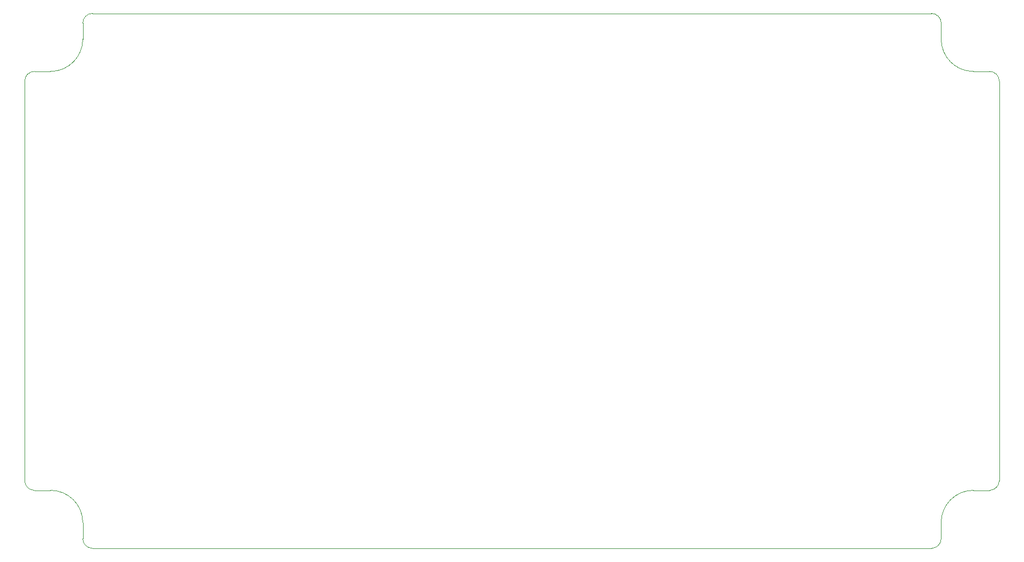
<source format=gm1>
G04 #@! TF.GenerationSoftware,KiCad,Pcbnew,(6.0.2)*
G04 #@! TF.CreationDate,2022-08-07T22:21:35-07:00*
G04 #@! TF.ProjectId,LightDrumInterface,4c696768-7444-4727-956d-496e74657266,rev?*
G04 #@! TF.SameCoordinates,Original*
G04 #@! TF.FileFunction,Profile,NP*
%FSLAX46Y46*%
G04 Gerber Fmt 4.6, Leading zero omitted, Abs format (unit mm)*
G04 Created by KiCad (PCBNEW (6.0.2)) date 2022-08-07 22:21:35*
%MOMM*%
%LPD*%
G01*
G04 APERTURE LIST*
G04 #@! TA.AperFunction,Profile*
%ADD10C,0.100000*%
G04 #@! TD*
G04 APERTURE END LIST*
D10*
X28440000Y-101000000D02*
X28440000Y-39000000D01*
X168940000Y-111500000D02*
X38940000Y-111500000D01*
X37440000Y-110000000D02*
X37440000Y-107500000D01*
X38940000Y-28500000D02*
G75*
G03*
X37440000Y-30000000I1J-1500001D01*
G01*
X170440000Y-107500000D02*
X170440000Y-110000000D01*
X170440000Y-32500000D02*
G75*
G03*
X175440000Y-37500000I5000000J0D01*
G01*
X175440000Y-102500000D02*
G75*
G03*
X170440000Y-107500000I0J-5000000D01*
G01*
X37440000Y-30000000D02*
X37440000Y-32500000D01*
X32440000Y-37500000D02*
G75*
G03*
X37440000Y-32500000I0J5000000D01*
G01*
X29940000Y-37500000D02*
G75*
G03*
X28440000Y-39000000I1J-1500001D01*
G01*
X170440000Y-30000000D02*
G75*
G03*
X168940000Y-28500000I-1500001J-1D01*
G01*
X38940000Y-28500000D02*
X168940000Y-28500000D01*
X177940000Y-102500000D02*
G75*
G03*
X179440000Y-101000000I-1J1500001D01*
G01*
X175440000Y-37500000D02*
X177940000Y-37500000D01*
X177940000Y-102500000D02*
X175440000Y-102500000D01*
X37440000Y-107500000D02*
G75*
G03*
X32440000Y-102500000I-5000000J0D01*
G01*
X28440000Y-101000000D02*
G75*
G03*
X29940000Y-102500000I1500001J1D01*
G01*
X179440000Y-39000000D02*
X179440000Y-101000000D01*
X37440000Y-110000000D02*
G75*
G03*
X38940000Y-111500000I1500001J1D01*
G01*
X179440000Y-39000000D02*
G75*
G03*
X177940000Y-37500000I-1500001J-1D01*
G01*
X29940000Y-37500000D02*
X32440000Y-37500000D01*
X168940000Y-111500000D02*
G75*
G03*
X170440000Y-110000000I-1J1500001D01*
G01*
X29940000Y-102500000D02*
X32440000Y-102500000D01*
X170440000Y-30000000D02*
X170440000Y-32500000D01*
M02*

</source>
